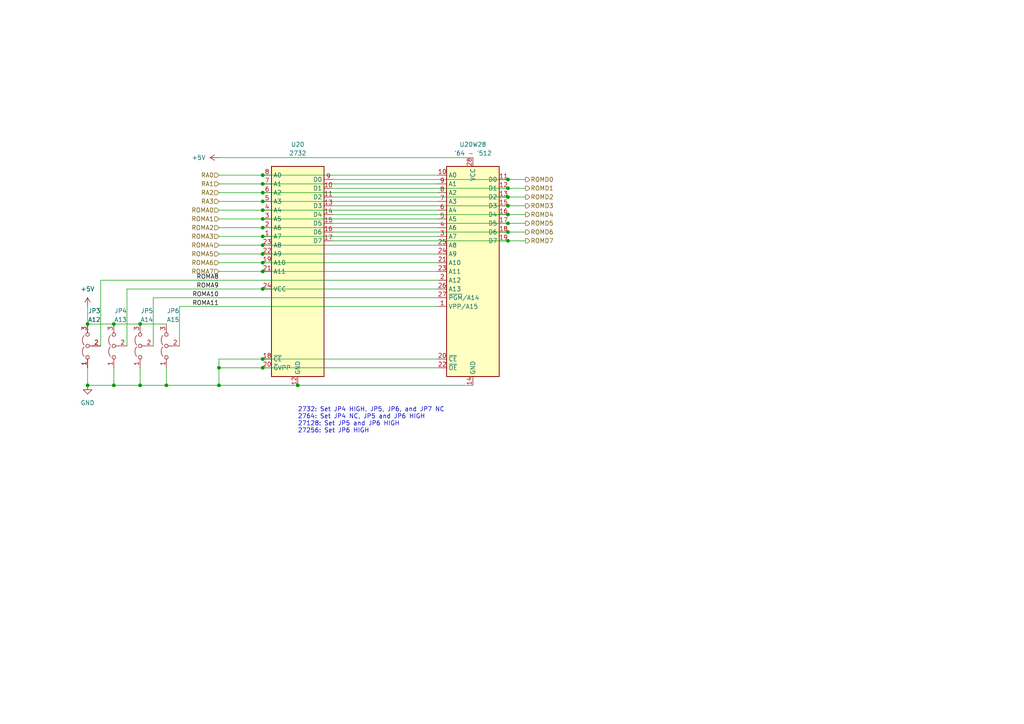
<source format=kicad_sch>
(kicad_sch (version 20211123) (generator eeschema)
  (paper "A4")
  (lib_symbols
    (symbol "Jumper:Jumper_3_Open" (pin_names (offset 0) hide)
      (property "Reference" "JP" (at -2.54 -2.54 0))
      (property "Value" "Jumper_3_Open" (at 0 2.794 0))
      (symbol "Jumper_3_Open_0_0"
        (circle (center -3.302 0) (radius 0.508))
        (circle (center 0 0) (radius 0.508))
        (circle (center 3.302 0) (radius 0.508))
      )
      (symbol "Jumper_3_Open_0_1"
        (arc (start -0.254 1.016) (mid -1.651 1.4992) (end -3.048 1.016))
        (polyline (pts (xy 0 -0.508) (xy 0 -1.27)))
        (arc (start 3.048 1.016) (mid 1.651 1.4992) (end 0.254 1.016))
      )
      (symbol "Jumper_3_Open_1_1"
        (pin passive line (at -6.35 0 0) (length 2.54) (name "A") (number "1"))
        (pin passive line (at 0 -3.81 90) (length 2.54) (name "C") (number "2"))
        (pin passive line (at 6.35 0 180) (length 2.54) (name "B") (number "3"))
      )
    )
    (symbol "Memory_EPROM:27C128"
      (property "Reference" "U20W28" (at 0 36.83 0))
      (property "Value" "'64 - '512" (at 0 34.29 0))
      (symbol "27C128_1_1"
        (rectangle (start -7.62 30.48) (end 7.62 -30.48) (stroke (width 0.254)) (fill (type background)))
        (pin input line (at -10.16 -10.16 0) (length 2.54) (name "VPP/A15") (number "1"))
        (pin input line (at -10.16 27.94 0) (length 2.54) (name "A0") (number "10"))
        (pin tri_state line (at 10.16 26.67 180) (length 2.54) (name "D0") (number "11"))
        (pin tri_state line (at 10.16 24.13 180) (length 2.54) (name "D1") (number "12"))
        (pin tri_state line (at 10.16 21.59 180) (length 2.54) (name "D2") (number "13"))
        (pin power_in line (at 0 -33.02 90) (length 2.54) (name "GND") (number "14"))
        (pin tri_state line (at 10.16 19.05 180) (length 2.54) (name "D3") (number "15"))
        (pin tri_state line (at 10.16 16.51 180) (length 2.54) (name "D4") (number "16"))
        (pin tri_state line (at 10.16 13.97 180) (length 2.54) (name "D5") (number "17"))
        (pin tri_state line (at 10.16 11.43 180) (length 2.54) (name "D6") (number "18"))
        (pin tri_state line (at 10.16 8.89 180) (length 2.54) (name "D7") (number "19"))
        (pin input line (at -10.16 -2.54 0) (length 2.54) (name "A12") (number "2"))
        (pin input line (at -10.16 -25.4 0) (length 2.54) (name "~{CE}") (number "20"))
        (pin input line (at -10.16 2.54 0) (length 2.54) (name "A10") (number "21"))
        (pin input line (at -10.16 -27.94 0) (length 2.54) (name "~{OE}") (number "22"))
        (pin input line (at -10.16 0 0) (length 2.54) (name "A11") (number "23"))
        (pin input line (at -10.16 5.08 0) (length 2.54) (name "A9") (number "24"))
        (pin input line (at -10.16 7.62 0) (length 2.54) (name "A8") (number "25"))
        (pin input line (at -10.16 -5.08 0) (length 2.54) (name "A13") (number "26"))
        (pin input line (at -10.16 -7.62 0) (length 2.54) (name "~{PGM}/A14") (number "27"))
        (pin power_in line (at 0 33.02 270) (length 2.54) (name "VCC") (number "28"))
        (pin input line (at -10.16 10.16 0) (length 2.54) (name "A7") (number "3"))
        (pin input line (at -10.16 12.7 0) (length 2.54) (name "A6") (number "4"))
        (pin input line (at -10.16 15.24 0) (length 2.54) (name "A5") (number "5"))
        (pin input line (at -10.16 17.78 0) (length 2.54) (name "A4") (number "6"))
        (pin input line (at -10.16 20.32 0) (length 2.54) (name "A3") (number "7"))
        (pin input line (at -10.16 22.86 0) (length 2.54) (name "A2") (number "8"))
        (pin input line (at -10.16 25.4 0) (length 2.54) (name "A1") (number "9"))
      )
    )
    (symbol "MyEprom:2732"
      (property "Reference" "U20" (at 0 36.83 0))
      (property "Value" "2732" (at 0 34.29 0))
      (symbol "2732_1_1"
        (rectangle (start -7.62 30.48) (end 7.62 -30.48) (stroke (width 0.254)) (fill (type background)))
        (pin input line (at -10.16 10.16 0) (length 2.54) (name "A7") (number "1"))
        (pin tri_state line (at 10.16 24.13 180) (length 2.54) (name "D1") (number "10"))
        (pin tri_state line (at 10.16 21.59 180) (length 2.54) (name "D2") (number "11"))
        (pin power_in line (at 0 -33.02 90) (length 2.54) (name "GND") (number "12"))
        (pin tri_state line (at 10.16 19.05 180) (length 2.54) (name "D3") (number "13"))
        (pin tri_state line (at 10.16 16.51 180) (length 2.54) (name "D4") (number "14"))
        (pin tri_state line (at 10.16 13.97 180) (length 2.54) (name "D5") (number "15"))
        (pin tri_state line (at 10.16 11.43 180) (length 2.54) (name "D6") (number "16"))
        (pin tri_state line (at 10.16 8.89 180) (length 2.54) (name "D7") (number "17"))
        (pin input line (at -10.16 -25.4 0) (length 2.54) (name "~{CE}") (number "18"))
        (pin input line (at -10.16 2.54 0) (length 2.54) (name "A10") (number "19"))
        (pin input line (at -10.16 12.7 0) (length 2.54) (name "A6") (number "2"))
        (pin input line (at -10.16 -27.94 0) (length 2.54) (name "~{G}VPP") (number "20"))
        (pin input line (at -10.16 0 0) (length 2.54) (name "A11") (number "21"))
        (pin input line (at -10.16 5.08 0) (length 2.54) (name "A9") (number "22"))
        (pin input line (at -10.16 7.62 0) (length 2.54) (name "A8") (number "23"))
        (pin power_in line (at -10.16 -5.08 0) (length 2.54) (name "VCC") (number "24"))
        (pin input line (at -10.16 15.24 0) (length 2.54) (name "A5") (number "3"))
        (pin input line (at -10.16 17.78 0) (length 2.54) (name "A4") (number "4"))
        (pin input line (at -10.16 20.32 0) (length 2.54) (name "A3") (number "5"))
        (pin input line (at -10.16 22.86 0) (length 2.54) (name "A2") (number "6"))
        (pin input line (at -10.16 25.4 0) (length 2.54) (name "A1") (number "7"))
        (pin input line (at -10.16 27.94 0) (length 2.54) (name "A0") (number "8"))
        (pin tri_state line (at 10.16 26.67 180) (length 2.54) (name "D0") (number "9"))
      )
    )
    (symbol "power:+5V" (power) (pin_names (offset 0))
      (property "Value" "+5V" (at 0 3.556 0))
      (symbol "+5V_0_1"
        (polyline (pts (xy -0.762 1.27) (xy 0 2.54)))
        (polyline (pts (xy 0 0) (xy 0 2.54)))
        (polyline (pts (xy 0 2.54) (xy 0.762 1.27)))
      )
      (symbol "+5V_1_1"
        (pin power_in line (at 0 0 90) (length 0) hide (name "+5V") (number "1"))
      )
    )
    (symbol "power:GND" (power) (pin_names (offset 0))
      (property "Value" "GND" (at 0 -3.81 0))
      (symbol "GND_0_1"
        (polyline (pts (xy 0 0) (xy 0 -1.27) (xy 1.27 -1.27) (xy 0 -2.54) (xy -1.27 -1.27) (xy 0 -1.27)))
      )
      (symbol "GND_1_1"
        (pin power_in line (at 0 0 270) (length 0) hide (name "GND") (number "1"))
      )
    )
  )
  (junction (at 76.2 78.74))
  (junction (at 40.64 93.98))
  (junction (at 86.36 111.76))
  (junction (at 63.5 106.68))
  (junction (at 147.32 69.85))
  (junction (at 147.32 54.61))
  (junction (at 76.2 50.8))
  (junction (at 40.64 111.76))
  (junction (at 147.32 62.23))
  (junction (at 76.2 83.82))
  (junction (at 33.02 93.98))
  (junction (at 76.2 73.66))
  (junction (at 33.02 111.76))
  (junction (at 147.32 57.15))
  (junction (at 76.2 104.14))
  (junction (at 147.32 64.77))
  (junction (at 147.32 67.31))
  (junction (at 76.2 76.2))
  (junction (at 76.2 53.34))
  (junction (at 76.2 55.88))
  (junction (at 147.32 59.69))
  (junction (at 147.32 52.07))
  (junction (at 76.2 71.12))
  (junction (at 48.26 111.76))
  (junction (at 25.4 93.98))
  (junction (at 76.2 68.58))
  (junction (at 76.2 58.42))
  (junction (at 76.2 66.04))
  (junction (at 63.5 111.76))
  (junction (at 76.2 106.68))
  (junction (at 76.2 60.96))
  (junction (at 76.2 63.5))
  (junction (at 25.4 111.76))
  (wire (pts (xy 29.21 100.33) (xy 29.21 81.28)))
  (wire (pts (xy 63.5 106.68) (xy 63.5 104.14)))
  (wire (pts (xy 63.5 111.76) (xy 86.36 111.76)))
  (wire (pts (xy 33.02 111.76) (xy 40.64 111.76)))
  (wire (pts (xy 63.5 53.34) (xy 76.2 53.34)))
  (wire (pts (xy 147.32 57.15) (xy 96.52 57.15)))
  (wire (pts (xy 63.5 55.88) (xy 76.2 55.88)))
  (wire (pts (xy 76.2 50.8) (xy 127 50.8)))
  (wire (pts (xy 48.26 106.68) (xy 48.26 111.76)))
  (wire (pts (xy 25.4 111.76) (xy 33.02 111.76)))
  (wire (pts (xy 25.4 106.68) (xy 25.4 111.76)))
  (wire (pts (xy 76.2 63.5) (xy 127 63.5)))
  (wire (pts (xy 76.2 106.68) (xy 127 106.68)))
  (wire (pts (xy 40.64 106.68) (xy 40.64 111.76)))
  (wire (pts (xy 76.2 58.42) (xy 127 58.42)))
  (wire (pts (xy 76.2 55.88) (xy 127 55.88)))
  (wire (pts (xy 63.5 45.72) (xy 137.16 45.72)))
  (wire (pts (xy 76.2 68.58) (xy 127 68.58)))
  (wire (pts (xy 63.5 76.2) (xy 76.2 76.2)))
  (wire (pts (xy 63.5 71.12) (xy 76.2 71.12)))
  (wire (pts (xy 76.2 73.66) (xy 127 73.66)))
  (wire (pts (xy 63.5 111.76) (xy 63.5 106.68)))
  (wire (pts (xy 147.32 52.07) (xy 96.52 52.07)))
  (wire (pts (xy 147.32 67.31) (xy 96.52 67.31)))
  (wire (pts (xy 52.07 88.9) (xy 127 88.9)))
  (wire (pts (xy 152.4 59.69) (xy 147.32 59.69)))
  (wire (pts (xy 76.2 83.82) (xy 127 83.82)))
  (wire (pts (xy 52.07 100.33) (xy 52.07 88.9)))
  (wire (pts (xy 25.4 93.98) (xy 33.02 93.98)))
  (wire (pts (xy 33.02 93.98) (xy 40.64 93.98)))
  (wire (pts (xy 76.2 104.14) (xy 127 104.14)))
  (wire (pts (xy 40.64 111.76) (xy 48.26 111.76)))
  (wire (pts (xy 76.2 71.12) (xy 127 71.12)))
  (wire (pts (xy 29.21 81.28) (xy 127 81.28)))
  (wire (pts (xy 48.26 111.76) (xy 63.5 111.76)))
  (wire (pts (xy 40.64 93.98) (xy 48.26 93.98)))
  (wire (pts (xy 44.45 86.36) (xy 127 86.36)))
  (wire (pts (xy 36.83 83.82) (xy 76.2 83.82)))
  (wire (pts (xy 63.5 68.58) (xy 76.2 68.58)))
  (wire (pts (xy 76.2 53.34) (xy 127 53.34)))
  (wire (pts (xy 86.36 111.76) (xy 137.16 111.76)))
  (wire (pts (xy 152.4 69.85) (xy 147.32 69.85)))
  (wire (pts (xy 152.4 64.77) (xy 147.32 64.77)))
  (wire (pts (xy 33.02 106.68) (xy 33.02 111.76)))
  (wire (pts (xy 76.2 60.96) (xy 127 60.96)))
  (wire (pts (xy 63.5 60.96) (xy 76.2 60.96)))
  (wire (pts (xy 147.32 62.23) (xy 96.52 62.23)))
  (wire (pts (xy 152.4 67.31) (xy 147.32 67.31)))
  (wire (pts (xy 36.83 100.33) (xy 36.83 83.82)))
  (wire (pts (xy 63.5 66.04) (xy 76.2 66.04)))
  (wire (pts (xy 76.2 66.04) (xy 127 66.04)))
  (wire (pts (xy 63.5 78.74) (xy 76.2 78.74)))
  (wire (pts (xy 152.4 57.15) (xy 147.32 57.15)))
  (wire (pts (xy 63.5 104.14) (xy 76.2 104.14)))
  (wire (pts (xy 152.4 62.23) (xy 147.32 62.23)))
  (wire (pts (xy 147.32 64.77) (xy 96.52 64.77)))
  (wire (pts (xy 25.4 88.9) (xy 25.4 93.98)))
  (wire (pts (xy 76.2 76.2) (xy 127 76.2)))
  (wire (pts (xy 63.5 106.68) (xy 76.2 106.68)))
  (wire (pts (xy 63.5 58.42) (xy 76.2 58.42)))
  (wire (pts (xy 152.4 54.61) (xy 147.32 54.61)))
  (wire (pts (xy 44.45 100.33) (xy 44.45 86.36)))
  (wire (pts (xy 152.4 52.07) (xy 147.32 52.07)))
  (wire (pts (xy 63.5 63.5) (xy 76.2 63.5)))
  (wire (pts (xy 147.32 59.69) (xy 96.52 59.69)))
  (wire (pts (xy 147.32 54.61) (xy 96.52 54.61)))
  (wire (pts (xy 63.5 73.66) (xy 76.2 73.66)))
  (wire (pts (xy 147.32 69.85) (xy 96.52 69.85)))
  (wire (pts (xy 76.2 78.74) (xy 127 78.74)))
  (wire (pts (xy 63.5 50.8) (xy 76.2 50.8)))
  (text "2732: Set JP4 HIGH, JP5, JP6, and JP7 NC\n2764: Set JP4 NC, JP5 and JP6 HIGH\n27128: Set JP5 and JP6 HIGH\n27256: Set JP6 HIGH\n" (at 86.36 125.73 0) (effects (font (size 1.27 1.27)) (justify left bottom)))
  (label "ROMA10" (at 63.5 86.36 180))
  (label "ROMA9" (at 63.5 83.82 180))
  (label "ROMA8" (at 63.5 81.28 180))
  (label "ROMA11" (at 63.5 88.9 180))
  (hierarchical_label "ROMD1" (shape output) (at 152.4 54.61 0))
  (hierarchical_label "RA3" (shape input) (at 63.5 58.42 180))
  (hierarchical_label "ROMD4" (shape output) (at 152.4 62.23 0))
  (hierarchical_label "ROMD5" (shape output) (at 152.4 64.77 0))
  (hierarchical_label "ROMD2" (shape output) (at 152.4 57.15 0))
  (hierarchical_label "ROMA1" (shape input) (at 63.5 63.5 180))
  (hierarchical_label "ROMA0" (shape input) (at 63.5 60.96 180))
  (hierarchical_label "ROMA5" (shape input) (at 63.5 73.66 180))
  (hierarchical_label "ROMA3" (shape input) (at 63.5 68.58 180))
  (hierarchical_label "RA2" (shape input) (at 63.5 55.88 180))
  (hierarchical_label "ROMD7" (shape output) (at 152.4 69.85 0))
  (hierarchical_label "RA0" (shape input) (at 63.5 50.8 180))
  (hierarchical_label "ROMA7" (shape input) (at 63.5 78.74 180))
  (hierarchical_label "ROMA4" (shape input) (at 63.5 71.12 180))
  (hierarchical_label "ROMA6" (shape input) (at 63.5 76.2 180))
  (hierarchical_label "RA1" (shape input) (at 63.5 53.34 180))
  (hierarchical_label "ROMD6" (shape output) (at 152.4 67.31 0))
  (hierarchical_label "ROMD3" (shape output) (at 152.4 59.69 0))
  (hierarchical_label "ROMD0" (shape output) (at 152.4 52.07 0))
  (hierarchical_label "ROMA2" (shape input) (at 63.5 66.04 180))
  (symbol (lib_id "Jumper:Jumper_3_Open") (at 40.64 100.33 90) (unit 1)
    (property "Reference" "JP5" (at 44.45 90.17 90) (effects (justify left)))
    (property "Value" "A14" (at 44.45 92.71 90) (effects (justify left)))
    (property "Footprint" "Connector_PinHeader_2.54mm:PinHeader_1x03_P2.54mm_Vertical" (effects hide))
  )
  (symbol (lib_id "Memory_EPROM:27C128") (at 137.16 78.74 0) (unit 1)
    (property "Reference" "U20W28" (at 137.16 41.91 0))
    (property "Value" "'64 - '512" (at 137.16 44.45 0))
    (property "Footprint" "Package_DIP:DIP-28_W15.24mm" (effects hide))
    (property "Datasheet" "http://ww1.microchip.com/downloads/en/devicedoc/11003L.pdf" (effects hide))
  )
  (symbol (lib_id "Jumper:Jumper_3_Open") (at 25.4 100.33 90) (unit 1)
    (property "Reference" "JP3" (at 29.21 90.17 90) (effects (justify left)))
    (property "Value" "A12" (at 29.21 92.71 90) (effects (justify left)))
    (property "Footprint" "Connector_PinHeader_2.54mm:PinHeader_1x03_P2.54mm_Vertical" (effects hide))
  )
  (symbol (lib_id "Jumper:Jumper_3_Open") (at 33.02 100.33 90) (unit 1)
    (property "Reference" "JP4" (at 36.83 90.17 90) (effects (justify left)))
    (property "Value" "A13" (at 36.83 92.71 90) (effects (justify left)))
    (property "Footprint" "Connector_PinHeader_2.54mm:PinHeader_1x03_P2.54mm_Vertical" (effects hide))
  )
  (symbol (lib_id "power:+5V") (at 63.5 45.72 90) (unit 1)
    (property "Reference" "#PWR0166" (effects hide))
    (property "Value" "+5V" (at 59.69 45.7199 90) (effects (justify left)))
  )
  (symbol (lib_id "MyEprom:2732") (at 86.36 78.74 0) (unit 1)
    (property "Reference" "U20" (at 86.36 41.91 0))
    (property "Value" "2732" (at 86.36 44.45 0))
    (property "Footprint" "MyPackages:DIP-24_W15.24mm" (effects hide))
    (property "Datasheet" "https://www.jameco.com/Jameco/Products/ProdDS/40002Intel.pdf" (effects hide))
  )
  (symbol (lib_id "power:+5V") (at 25.4 88.9 0) (unit 1)
    (property "Reference" "#PWR0115" (effects hide))
    (property "Value" "+5V" (at 25.4 83.82 0))
  )
  (symbol (lib_id "Jumper:Jumper_3_Open") (at 48.26 100.33 90) (unit 1)
    (property "Reference" "JP6" (at 52.07 90.17 90) (effects (justify left)))
    (property "Value" "A15" (at 52.07 92.71 90) (effects (justify left)))
    (property "Footprint" "Connector_PinHeader_2.54mm:PinHeader_1x03_P2.54mm_Vertical" (effects hide))
  )
  (symbol (lib_id "power:GND") (at 25.4 111.76 0) (unit 1)
    (property "Reference" "#PWR0116" (effects hide))
    (property "Value" "GND" (at 25.4 116.84 0))
  )
)
</source>
